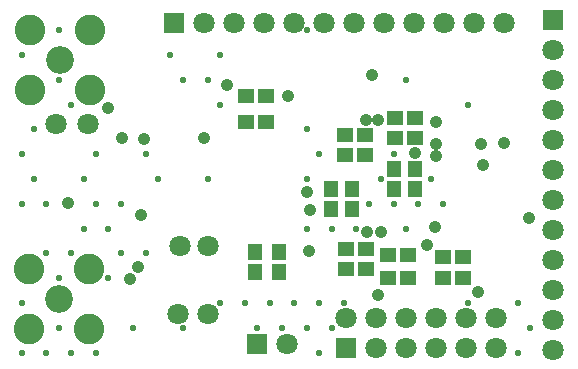
<source format=gbs>
%FSLAX43Y43*%
%MOMM*%
G71*
G01*
G75*
G04 Layer_Color=16711935*
%ADD10O,1.500X0.600*%
%ADD11R,1.500X0.600*%
%ADD12O,1.800X0.300*%
%ADD13O,0.300X1.800*%
%ADD14O,0.700X1.500*%
%ADD15R,0.700X1.500*%
%ADD16R,0.350X1.200*%
%ADD17R,1.000X1.100*%
%ADD18R,2.541X1.500*%
%ADD19R,1.500X1.500*%
%ADD20R,1.150X0.450*%
%ADD21R,1.700X1.100*%
%ADD22R,1.100X1.000*%
%ADD23C,0.254*%
%ADD24C,0.500*%
%ADD25C,1.000*%
%ADD26C,0.762*%
%ADD27C,1.500*%
%ADD28R,1.500X1.500*%
%ADD29C,2.286*%
%ADD30C,2.032*%
%ADD31C,0.254*%
%ADD32C,1.016*%
%ADD33C,1.524*%
%ADD34C,1.916*%
G04:AMPARAMS|DCode=35|XSize=2.424mm|YSize=2.424mm|CornerRadius=0mm|HoleSize=0mm|Usage=FLASHONLY|Rotation=0.000|XOffset=0mm|YOffset=0mm|HoleType=Round|Shape=Relief|Width=0.254mm|Gap=0.254mm|Entries=4|*
%AMTHD35*
7,0,0,2.424,1.916,0.254,45*
%
%ADD35THD35*%
G04:AMPARAMS|DCode=36|XSize=2.032mm|YSize=2.032mm|CornerRadius=0mm|HoleSize=0mm|Usage=FLASHONLY|Rotation=0.000|XOffset=0mm|YOffset=0mm|HoleType=Round|Shape=Relief|Width=0.254mm|Gap=0.254mm|Entries=4|*
%AMTHD36*
7,0,0,2.032,1.524,0.254,45*
%
%ADD36THD36*%
%ADD37C,2.718*%
%ADD38C,2.516*%
%ADD39C,1.219*%
%ADD40C,0.250*%
%ADD41C,0.600*%
%ADD42C,0.200*%
%ADD43C,0.100*%
%ADD44C,0.102*%
%ADD45O,1.805X0.905*%
%ADD46R,1.805X0.905*%
%ADD47O,2.105X0.605*%
%ADD48O,0.605X2.105*%
%ADD49O,1.005X1.805*%
%ADD50R,1.005X1.805*%
%ADD51R,0.655X1.505*%
%ADD52R,1.305X1.405*%
%ADD53R,2.846X1.805*%
%ADD54R,1.805X1.805*%
%ADD55R,1.455X0.755*%
%ADD56R,2.005X1.405*%
%ADD57R,1.405X1.305*%
%ADD58C,1.067*%
%ADD59C,1.805*%
%ADD60R,1.805X1.805*%
%ADD61C,2.591*%
%ADD62C,2.337*%
%ADD63C,0.559*%
D52*
X57404Y52021D02*
D03*
Y53721D02*
D03*
X55626Y52021D02*
D03*
Y53721D02*
D03*
X51181Y48436D02*
D03*
Y46736D02*
D03*
X49149Y48436D02*
D03*
Y46736D02*
D03*
X62738Y55421D02*
D03*
Y53721D02*
D03*
X60960Y55421D02*
D03*
Y53721D02*
D03*
D54*
X42275Y67775D02*
D03*
X49325Y40600D02*
D03*
X56896Y40259D02*
D03*
D57*
X50087Y61595D02*
D03*
X48387D02*
D03*
X50087Y59436D02*
D03*
X48387D02*
D03*
X58596Y46990D02*
D03*
X56896D02*
D03*
X58596Y48641D02*
D03*
X56896D02*
D03*
X60403Y46228D02*
D03*
X62103D02*
D03*
X60400Y48125D02*
D03*
X62100D02*
D03*
X65102Y46228D02*
D03*
X66802D02*
D03*
X65100Y48000D02*
D03*
X66800D02*
D03*
X58469Y58293D02*
D03*
X56769D02*
D03*
X58469Y56642D02*
D03*
X56769D02*
D03*
X61025Y59775D02*
D03*
X62725D02*
D03*
X61038Y58039D02*
D03*
X62738D02*
D03*
D58*
X59075Y63425D02*
D03*
X39725Y58025D02*
D03*
X33325Y52600D02*
D03*
X37875Y58050D02*
D03*
X53848Y51943D02*
D03*
X53760Y48475D02*
D03*
X51943Y61595D02*
D03*
X58625Y50100D02*
D03*
X59555Y44790D02*
D03*
X63725Y49050D02*
D03*
X58547Y59563D02*
D03*
X59563D02*
D03*
X68326Y57531D02*
D03*
X64516D02*
D03*
Y56515D02*
D03*
X38608Y46101D02*
D03*
X44831Y58039D02*
D03*
X46800Y62550D02*
D03*
X39475Y51525D02*
D03*
X39243Y47117D02*
D03*
X64516Y59436D02*
D03*
X70231Y57658D02*
D03*
X64389Y50546D02*
D03*
X53594Y53467D02*
D03*
X72350Y51300D02*
D03*
X68453Y55753D02*
D03*
X36703Y60594D02*
D03*
X62738Y56769D02*
D03*
X68050Y45050D02*
D03*
X59825Y50075D02*
D03*
D59*
X42675Y43200D02*
D03*
X42775Y48925D02*
D03*
X74425Y40160D02*
D03*
Y42700D02*
D03*
Y45240D02*
D03*
Y47780D02*
D03*
Y50320D02*
D03*
Y52860D02*
D03*
Y55400D02*
D03*
Y57940D02*
D03*
Y60480D02*
D03*
Y63020D02*
D03*
Y65560D02*
D03*
X70215Y67775D02*
D03*
X67675D02*
D03*
X65135D02*
D03*
X62595D02*
D03*
X60055D02*
D03*
X57515D02*
D03*
X54975D02*
D03*
X52435D02*
D03*
X49895D02*
D03*
X47355D02*
D03*
X44815D02*
D03*
X35025Y59250D02*
D03*
X51865Y40600D02*
D03*
X56896Y42799D02*
D03*
X59436Y40259D02*
D03*
Y42799D02*
D03*
X61976Y40259D02*
D03*
Y42799D02*
D03*
X64516Y40259D02*
D03*
Y42799D02*
D03*
X67056Y40259D02*
D03*
Y42799D02*
D03*
X69596Y40259D02*
D03*
Y42799D02*
D03*
X45175Y48925D02*
D03*
X45225Y43200D02*
D03*
X32325Y59250D02*
D03*
D60*
X74425Y68100D02*
D03*
D61*
X30099Y62103D02*
D03*
X35179D02*
D03*
Y67183D02*
D03*
X30099D02*
D03*
X30035Y41885D02*
D03*
X35115D02*
D03*
Y46965D02*
D03*
X30035D02*
D03*
D62*
X32639Y64643D02*
D03*
X32575Y44425D02*
D03*
D63*
X71400Y44100D02*
D03*
X72450Y42000D02*
D03*
X71400Y39900D02*
D03*
X67200Y60900D02*
D03*
Y44100D02*
D03*
X65100Y52500D02*
D03*
X64050Y54600D02*
D03*
X63000Y52500D02*
D03*
X61950Y63000D02*
D03*
X60900Y56700D02*
D03*
Y52500D02*
D03*
X61950Y50400D02*
D03*
X59850Y54600D02*
D03*
X58800Y52500D02*
D03*
X57750Y50400D02*
D03*
X56700Y44100D02*
D03*
X54600Y56700D02*
D03*
X55650Y50400D02*
D03*
X54600Y44100D02*
D03*
X55650Y42000D02*
D03*
X54600Y39900D02*
D03*
X53550Y67200D02*
D03*
Y58800D02*
D03*
Y54600D02*
D03*
Y50400D02*
D03*
X52500Y44100D02*
D03*
X53550Y42000D02*
D03*
X50400Y44100D02*
D03*
X51450Y42000D02*
D03*
X48300Y44100D02*
D03*
X49350Y42000D02*
D03*
X46200Y65100D02*
D03*
Y60900D02*
D03*
Y44100D02*
D03*
X45150Y63000D02*
D03*
Y54600D02*
D03*
X42000Y65100D02*
D03*
X43050Y63000D02*
D03*
Y42000D02*
D03*
X39900Y56700D02*
D03*
X40950Y54600D02*
D03*
X39900Y48300D02*
D03*
X37800Y52500D02*
D03*
Y48300D02*
D03*
X38850Y42000D02*
D03*
X35700Y56700D02*
D03*
Y52500D02*
D03*
X36750Y50400D02*
D03*
Y46200D02*
D03*
X35700Y39900D02*
D03*
X33600Y60900D02*
D03*
X34650Y54600D02*
D03*
Y50400D02*
D03*
X33600Y48300D02*
D03*
Y39900D02*
D03*
X32550Y67200D02*
D03*
Y63000D02*
D03*
X31500Y52500D02*
D03*
Y48300D02*
D03*
X32550Y46200D02*
D03*
Y42000D02*
D03*
X31500Y39900D02*
D03*
X29400Y65100D02*
D03*
X30450Y58800D02*
D03*
X29400Y56700D02*
D03*
X30450Y54600D02*
D03*
X29400Y52500D02*
D03*
Y44100D02*
D03*
Y39900D02*
D03*
M02*

</source>
